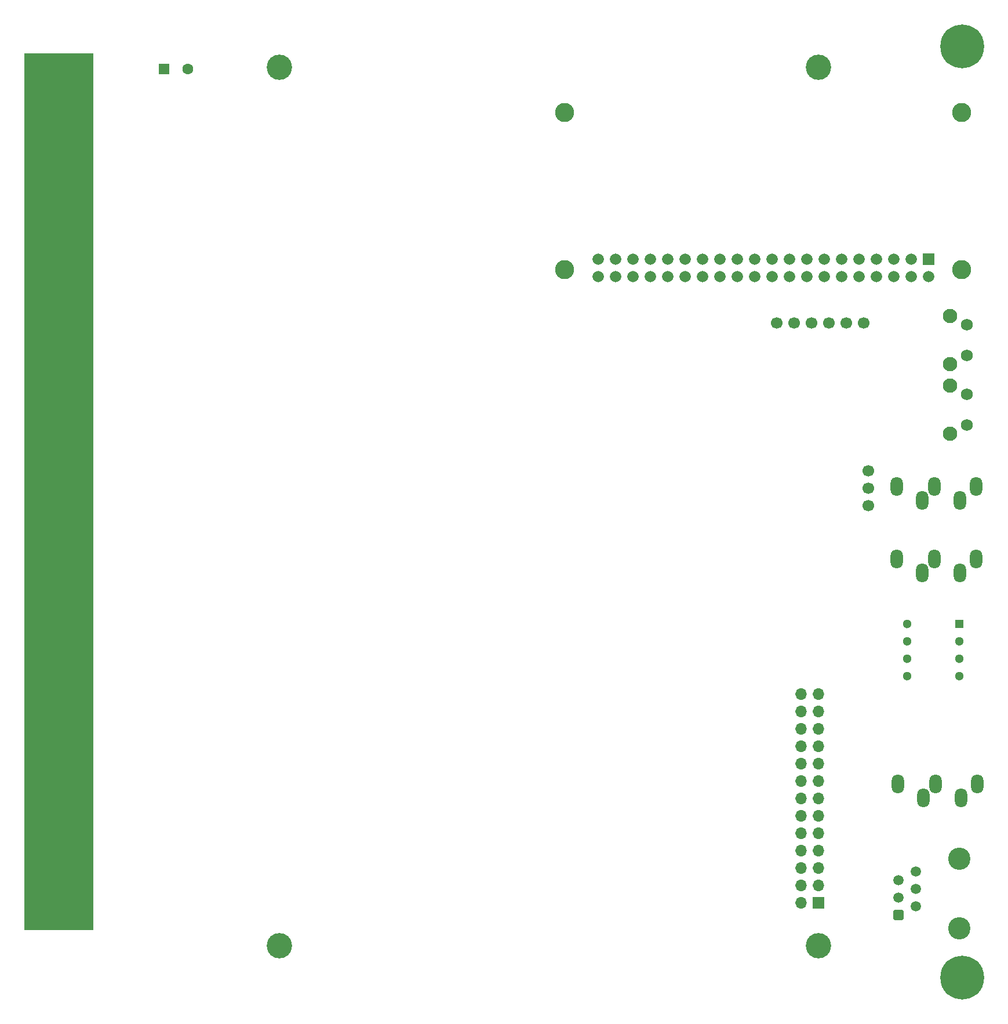
<source format=gbr>
G04 #@! TF.GenerationSoftware,KiCad,Pcbnew,7.0.10*
G04 #@! TF.CreationDate,2024-02-24T20:00:10-06:00*
G04 #@! TF.ProjectId,midiori,6d696469-6f72-4692-9e6b-696361645f70,rev?*
G04 #@! TF.SameCoordinates,Original*
G04 #@! TF.FileFunction,Soldermask,Bot*
G04 #@! TF.FilePolarity,Negative*
%FSLAX46Y46*%
G04 Gerber Fmt 4.6, Leading zero omitted, Abs format (unit mm)*
G04 Created by KiCad (PCBNEW 7.0.10) date 2024-02-24 20:00:10*
%MOMM*%
%LPD*%
G01*
G04 APERTURE LIST*
G04 Aperture macros list*
%AMRoundRect*
0 Rectangle with rounded corners*
0 $1 Rounding radius*
0 $2 $3 $4 $5 $6 $7 $8 $9 X,Y pos of 4 corners*
0 Add a 4 corners polygon primitive as box body*
4,1,4,$2,$3,$4,$5,$6,$7,$8,$9,$2,$3,0*
0 Add four circle primitives for the rounded corners*
1,1,$1+$1,$2,$3*
1,1,$1+$1,$4,$5*
1,1,$1+$1,$6,$7*
1,1,$1+$1,$8,$9*
0 Add four rect primitives between the rounded corners*
20,1,$1+$1,$2,$3,$4,$5,0*
20,1,$1+$1,$4,$5,$6,$7,0*
20,1,$1+$1,$6,$7,$8,$9,0*
20,1,$1+$1,$8,$9,$2,$3,0*%
G04 Aperture macros list end*
%ADD10C,0.100000*%
%ADD11R,8.000000X1.800000*%
%ADD12C,6.400000*%
%ADD13O,1.800000X2.800000*%
%ADD14C,2.100000*%
%ADD15C,1.750000*%
%ADD16C,2.800000*%
%ADD17R,1.665000X1.665000*%
%ADD18C,1.665000*%
%ADD19C,3.700000*%
%ADD20R,1.700000X1.700000*%
%ADD21O,1.700000X1.700000*%
%ADD22C,3.250000*%
%ADD23RoundRect,0.250000X0.510000X-0.510000X0.510000X0.510000X-0.510000X0.510000X-0.510000X-0.510000X0*%
%ADD24C,1.520000*%
%ADD25C,1.700000*%
%ADD26R,1.300000X1.300000*%
%ADD27C,1.300000*%
%ADD28R,1.600000X1.600000*%
%ADD29C,1.600000*%
G04 APERTURE END LIST*
D10*
X54000000Y-175000000D02*
X44000000Y-175000000D01*
X44000000Y-47000000D01*
X54000000Y-47000000D01*
X54000000Y-175000000D01*
G36*
X54000000Y-175000000D02*
G01*
X44000000Y-175000000D01*
X44000000Y-47000000D01*
X54000000Y-47000000D01*
X54000000Y-175000000D01*
G37*
D11*
X50000000Y-173460000D03*
X50000000Y-170920000D03*
X50000000Y-168380000D03*
X50000000Y-165840000D03*
X50000000Y-163300000D03*
X50000000Y-160760000D03*
X50000000Y-158220000D03*
X50000000Y-155680000D03*
X50000000Y-153140000D03*
X50000000Y-150600000D03*
X50000000Y-148060000D03*
X50000000Y-145520000D03*
X50000000Y-142980000D03*
X50000000Y-140440000D03*
X50000000Y-137900000D03*
X50000000Y-135360000D03*
X50000000Y-132820000D03*
X50000000Y-130280000D03*
X50000000Y-127740000D03*
X50000000Y-125200000D03*
X50000000Y-122660000D03*
X50000000Y-120120000D03*
X50000000Y-117580000D03*
X50000000Y-115040000D03*
X50000000Y-112500000D03*
X50000000Y-109960000D03*
X50000000Y-107420000D03*
X50000000Y-104880000D03*
X50000000Y-102340000D03*
X50000000Y-99800000D03*
X50000000Y-97260000D03*
X50000000Y-94720000D03*
X50000000Y-92180000D03*
X50000000Y-89640000D03*
X50000000Y-87100000D03*
X50000000Y-84560000D03*
X50000000Y-82020000D03*
X50000000Y-79480000D03*
X50000000Y-76940000D03*
X50000000Y-74400000D03*
X50000000Y-71860000D03*
X50000000Y-69320000D03*
X50000000Y-66780000D03*
X50000000Y-64240000D03*
X50000000Y-61700000D03*
X50000000Y-59160000D03*
X50000000Y-56620000D03*
X50000000Y-54080000D03*
X50000000Y-51540000D03*
X50000000Y-49000000D03*
D12*
X181000000Y-182000000D03*
X181000000Y-46000000D03*
D13*
X175300000Y-155700000D03*
X177100000Y-153700000D03*
X183200000Y-153700000D03*
X180800000Y-155700000D03*
X171600000Y-153700000D03*
D14*
X179169500Y-85375000D03*
X179169500Y-92385000D03*
D15*
X181659500Y-86625000D03*
X181659500Y-91125000D03*
D16*
X180925000Y-78630000D03*
X180925000Y-55630000D03*
X122925000Y-78630000D03*
X122925000Y-55630000D03*
D17*
X176055000Y-77050000D03*
D18*
X176055000Y-79590000D03*
X173515000Y-77050000D03*
X173515000Y-79590000D03*
X170975000Y-77050000D03*
X170975000Y-79590000D03*
X168435000Y-77050000D03*
X168435000Y-79590000D03*
X165895000Y-77050000D03*
X165895000Y-79590000D03*
X163355000Y-77050000D03*
X163355000Y-79590000D03*
X160815000Y-77050000D03*
X160815000Y-79590000D03*
X158275000Y-77050000D03*
X158275000Y-79590000D03*
X155735000Y-77050000D03*
X155735000Y-79590000D03*
X153195000Y-77050000D03*
X153195000Y-79590000D03*
X150655000Y-77050000D03*
X150655000Y-79590000D03*
X148115000Y-77050000D03*
X148115000Y-79590000D03*
X145575000Y-77050000D03*
X145575000Y-79590000D03*
X143035000Y-77050000D03*
X143035000Y-79590000D03*
X140495000Y-77050000D03*
X140495000Y-79590000D03*
X137955000Y-77050000D03*
X137955000Y-79590000D03*
X135415000Y-77050000D03*
X135415000Y-79590000D03*
X132875000Y-77050000D03*
X132875000Y-79590000D03*
X130335000Y-77050000D03*
X130335000Y-79590000D03*
X127795000Y-77050000D03*
X127795000Y-79590000D03*
D13*
X175140000Y-122900000D03*
X176940000Y-120900000D03*
X183040000Y-120900000D03*
X180640000Y-122900000D03*
X171440000Y-120900000D03*
D19*
X160000000Y-49080000D03*
D20*
X160000000Y-171040000D03*
D21*
X157460000Y-171040000D03*
X160000000Y-168500000D03*
X157460000Y-168500000D03*
X160000000Y-165960000D03*
X157460000Y-165960000D03*
X160000000Y-163420000D03*
X157460000Y-163420000D03*
X160000000Y-160880000D03*
X157460000Y-160880000D03*
X160000000Y-158340000D03*
X157460000Y-158340000D03*
X160000000Y-155800000D03*
X157460000Y-155800000D03*
X160000000Y-153260000D03*
X157460000Y-153260000D03*
X160000000Y-150720000D03*
X157460000Y-150720000D03*
X160000000Y-148180000D03*
X157460000Y-148180000D03*
X160000000Y-145640000D03*
X157460000Y-145640000D03*
X160000000Y-143100000D03*
X157460000Y-143100000D03*
X160000000Y-140560000D03*
X157460000Y-140560000D03*
D19*
X81260000Y-49080000D03*
D22*
X180575000Y-174775000D03*
X180575000Y-164615000D03*
D23*
X171685000Y-172875000D03*
D24*
X174225000Y-171605000D03*
X171685000Y-170335000D03*
X174225000Y-169065000D03*
X171685000Y-167795000D03*
X174225000Y-166525000D03*
D13*
X175140000Y-112290000D03*
X176940000Y-110290000D03*
X183040000Y-110290000D03*
X180640000Y-112290000D03*
X171440000Y-110290000D03*
D19*
X160000000Y-177350000D03*
X81260000Y-177350000D03*
D14*
X179169500Y-95535000D03*
X179169500Y-102545000D03*
D15*
X181659500Y-96785000D03*
X181659500Y-101285000D03*
D25*
X166615000Y-86410000D03*
X164075000Y-86410000D03*
X161535000Y-86410000D03*
X158995000Y-86410000D03*
X156455000Y-86410000D03*
X153915000Y-86410000D03*
X167250000Y-113080000D03*
X167250000Y-110540000D03*
X167250000Y-108000000D03*
D26*
X180530000Y-130380000D03*
D27*
X180530000Y-135460000D03*
X180530000Y-138000000D03*
X180530000Y-132920000D03*
X172910000Y-138000000D03*
X172910000Y-132920000D03*
X172910000Y-130380000D03*
X172910000Y-135460000D03*
D28*
X64387349Y-49276000D03*
D29*
X67887349Y-49276000D03*
M02*

</source>
